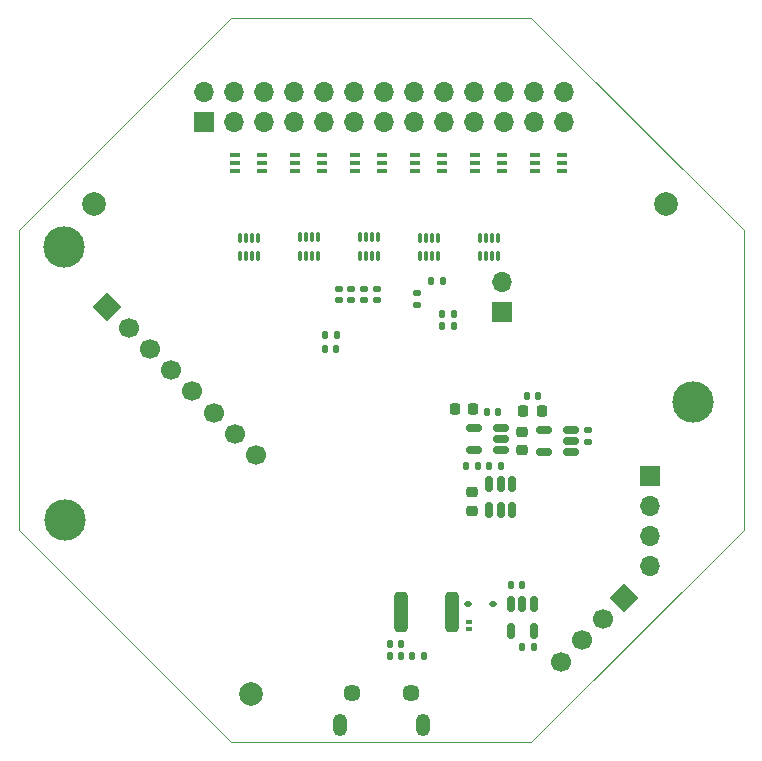
<source format=gbr>
%TF.GenerationSoftware,KiCad,Pcbnew,7.0.1*%
%TF.CreationDate,2023-03-27T16:49:48-04:00*%
%TF.ProjectId,cyton wired,6379746f-6e20-4776-9972-65642e6b6963,rev?*%
%TF.SameCoordinates,Original*%
%TF.FileFunction,Soldermask,Bot*%
%TF.FilePolarity,Negative*%
%FSLAX46Y46*%
G04 Gerber Fmt 4.6, Leading zero omitted, Abs format (unit mm)*
G04 Created by KiCad (PCBNEW 7.0.1) date 2023-03-27 16:49:48*
%MOMM*%
%LPD*%
G01*
G04 APERTURE LIST*
G04 Aperture macros list*
%AMRoundRect*
0 Rectangle with rounded corners*
0 $1 Rounding radius*
0 $2 $3 $4 $5 $6 $7 $8 $9 X,Y pos of 4 corners*
0 Add a 4 corners polygon primitive as box body*
4,1,4,$2,$3,$4,$5,$6,$7,$8,$9,$2,$3,0*
0 Add four circle primitives for the rounded corners*
1,1,$1+$1,$2,$3*
1,1,$1+$1,$4,$5*
1,1,$1+$1,$6,$7*
1,1,$1+$1,$8,$9*
0 Add four rect primitives between the rounded corners*
20,1,$1+$1,$2,$3,$4,$5,0*
20,1,$1+$1,$4,$5,$6,$7,0*
20,1,$1+$1,$6,$7,$8,$9,0*
20,1,$1+$1,$8,$9,$2,$3,0*%
%AMHorizOval*
0 Thick line with rounded ends*
0 $1 width*
0 $2 $3 position (X,Y) of the first rounded end (center of the circle)*
0 $4 $5 position (X,Y) of the second rounded end (center of the circle)*
0 Add line between two ends*
20,1,$1,$2,$3,$4,$5,0*
0 Add two circle primitives to create the rounded ends*
1,1,$1,$2,$3*
1,1,$1,$4,$5*%
%AMRotRect*
0 Rectangle, with rotation*
0 The origin of the aperture is its center*
0 $1 length*
0 $2 width*
0 $3 Rotation angle, in degrees counterclockwise*
0 Add horizontal line*
21,1,$1,$2,0,0,$3*%
G04 Aperture macros list end*
%ADD10C,3.500000*%
%ADD11RotRect,1.700000X1.700000X315.000000*%
%ADD12HorizOval,1.700000X0.000000X0.000000X0.000000X0.000000X0*%
%ADD13R,1.700000X1.700000*%
%ADD14O,1.700000X1.700000*%
%ADD15O,1.200000X1.900000*%
%ADD16C,1.450000*%
%ADD17RotRect,1.700000X1.700000X45.000000*%
%ADD18HorizOval,1.700000X0.000000X0.000000X0.000000X0.000000X0*%
%ADD19RoundRect,0.140000X0.140000X0.170000X-0.140000X0.170000X-0.140000X-0.170000X0.140000X-0.170000X0*%
%ADD20RoundRect,0.140000X-0.170000X0.140000X-0.170000X-0.140000X0.170000X-0.140000X0.170000X0.140000X0*%
%ADD21C,2.000000*%
%ADD22RoundRect,0.010500X0.094500X-0.374500X0.094500X0.374500X-0.094500X0.374500X-0.094500X-0.374500X0*%
%ADD23RoundRect,0.010500X-0.094500X0.374500X-0.094500X-0.374500X0.094500X-0.374500X0.094500X0.374500X0*%
%ADD24RoundRect,0.150000X0.512500X0.150000X-0.512500X0.150000X-0.512500X-0.150000X0.512500X-0.150000X0*%
%ADD25RoundRect,0.147500X-0.147500X-0.172500X0.147500X-0.172500X0.147500X0.172500X-0.147500X0.172500X0*%
%ADD26RoundRect,0.150000X-0.150000X0.512500X-0.150000X-0.512500X0.150000X-0.512500X0.150000X0.512500X0*%
%ADD27RoundRect,0.112500X0.187500X0.112500X-0.187500X0.112500X-0.187500X-0.112500X0.187500X-0.112500X0*%
%ADD28RoundRect,0.225000X0.225000X0.250000X-0.225000X0.250000X-0.225000X-0.250000X0.225000X-0.250000X0*%
%ADD29R,0.850900X0.355600*%
%ADD30R,0.558800X0.304800*%
%ADD31RoundRect,0.135000X-0.135000X-0.185000X0.135000X-0.185000X0.135000X0.185000X-0.135000X0.185000X0*%
%ADD32RoundRect,0.140000X-0.140000X-0.170000X0.140000X-0.170000X0.140000X0.170000X-0.140000X0.170000X0*%
%ADD33RoundRect,0.250000X0.312500X1.450000X-0.312500X1.450000X-0.312500X-1.450000X0.312500X-1.450000X0*%
%ADD34RoundRect,0.225000X0.250000X-0.225000X0.250000X0.225000X-0.250000X0.225000X-0.250000X-0.225000X0*%
%ADD35RoundRect,0.147500X0.147500X0.172500X-0.147500X0.172500X-0.147500X-0.172500X0.147500X-0.172500X0*%
%ADD36RoundRect,0.140000X0.170000X-0.140000X0.170000X0.140000X-0.170000X0.140000X-0.170000X-0.140000X0*%
%TA.AperFunction,Profile*%
%ADD37C,0.101600*%
%TD*%
G04 APERTURE END LIST*
D10*
%TO.C,REF\u002A\u002A*%
X166039800Y-108737400D03*
%TD*%
%TO.C,REF\u002A\u002A*%
X112877600Y-118719600D03*
%TD*%
%TO.C,REF\u002A\u002A*%
X112852200Y-95605600D03*
%TD*%
D11*
%TO.C,J3*%
X160248600Y-125323600D03*
D12*
X158452549Y-127119651D03*
X156656498Y-128915702D03*
X154860446Y-130711754D03*
%TD*%
D13*
%TO.C,J1*%
X124663200Y-84988400D03*
D14*
X124663200Y-82448400D03*
X127203200Y-84988400D03*
X127203200Y-82448400D03*
X129743200Y-84988400D03*
X129743200Y-82448400D03*
X132283200Y-84988400D03*
X132283200Y-82448400D03*
X134823200Y-84988400D03*
X134823200Y-82448400D03*
X137363200Y-84988400D03*
X137363200Y-82448400D03*
X139903200Y-84988400D03*
X139903200Y-82448400D03*
X142443200Y-84988400D03*
X142443200Y-82448400D03*
X144983200Y-84988400D03*
X144983200Y-82448400D03*
X147523200Y-84988400D03*
X147523200Y-82448400D03*
X150063200Y-84988400D03*
X150063200Y-82448400D03*
X152603200Y-84988400D03*
X152603200Y-82448400D03*
X155143200Y-84988400D03*
X155143200Y-82448400D03*
%TD*%
D13*
%TO.C,J5*%
X162433000Y-114960400D03*
D14*
X162433000Y-117500400D03*
X162433000Y-120040400D03*
X162433000Y-122580400D03*
%TD*%
D15*
%TO.C,CONN1*%
X136200000Y-136080300D03*
D16*
X137200000Y-133380300D03*
X142200000Y-133380300D03*
D15*
X143200000Y-136080300D03*
%TD*%
D13*
%TO.C,J4*%
X149910800Y-101142800D03*
D14*
X149910800Y-98602800D03*
%TD*%
D17*
%TO.C,J2*%
X116500000Y-100650000D03*
D18*
X118296051Y-102446051D03*
X120092102Y-104242102D03*
X121888154Y-106038154D03*
X123684205Y-107834205D03*
X125480256Y-109630256D03*
X127276307Y-111426307D03*
X129072359Y-113222359D03*
%TD*%
D19*
%TO.C,C26*%
X145818800Y-102260400D03*
X144858800Y-102260400D03*
%TD*%
D20*
%TO.C,C25*%
X136093200Y-99136200D03*
X136093200Y-100096200D03*
%TD*%
D21*
%TO.C,REF\u002A\u002A*%
X128676400Y-133451600D03*
%TD*%
D22*
%TO.C,C5*%
X149543200Y-96405600D03*
X149043200Y-96405600D03*
X148543200Y-96405600D03*
X148043200Y-96405600D03*
D23*
X148043200Y-94805600D03*
X148543200Y-94805600D03*
X149043200Y-94805600D03*
X149543200Y-94805600D03*
%TD*%
D24*
%TO.C,U5*%
X155722700Y-111101700D03*
X155722700Y-112051700D03*
X155722700Y-113001700D03*
X153447700Y-113001700D03*
X153447700Y-111101700D03*
%TD*%
D25*
%TO.C,L1*%
X142316200Y-130225800D03*
X143286200Y-130225800D03*
%TD*%
D22*
%TO.C,C4*%
X144463200Y-96405600D03*
X143963200Y-96405600D03*
X143463200Y-96405600D03*
X142963200Y-96405600D03*
D23*
X142963200Y-94805600D03*
X143463200Y-94805600D03*
X143963200Y-94805600D03*
X144463200Y-94805600D03*
%TD*%
D26*
%TO.C,U3*%
X150688000Y-125857000D03*
X151638000Y-125857000D03*
X152588000Y-125857000D03*
X152588000Y-128132000D03*
X150688000Y-128132000D03*
%TD*%
D20*
%TO.C,C20*%
X138252200Y-99136200D03*
X138252200Y-100096200D03*
%TD*%
D27*
%TO.C,D12*%
X149157400Y-125857000D03*
X147057400Y-125857000D03*
%TD*%
D28*
%TO.C,C38*%
X147440100Y-109354600D03*
X145890100Y-109354600D03*
%TD*%
D29*
%TO.C,D4*%
X144849850Y-87843601D03*
X144849850Y-88493600D03*
X144849850Y-89143599D03*
X142576550Y-89143599D03*
X142576550Y-88493600D03*
X142576550Y-87843601D03*
%TD*%
D26*
%TO.C,U4*%
X148839300Y-115633900D03*
X149789300Y-115633900D03*
X150739300Y-115633900D03*
X150739300Y-117908900D03*
X149789300Y-117908900D03*
X148839300Y-117908900D03*
%TD*%
D24*
%TO.C,U6*%
X149783800Y-110893800D03*
X149783800Y-111843800D03*
X149783800Y-112793800D03*
X147508800Y-112793800D03*
X147508800Y-110893800D03*
%TD*%
D30*
%TO.C,D9*%
X147116800Y-127330200D03*
X147116800Y-127965200D03*
%TD*%
D21*
%TO.C,REF\u002A\u002A*%
X163779200Y-91973400D03*
%TD*%
D28*
%TO.C,C36*%
X153259500Y-109476100D03*
X151709500Y-109476100D03*
%TD*%
D21*
%TO.C,REF\u002A\u002A*%
X115392200Y-91973400D03*
%TD*%
D31*
%TO.C,R13*%
X143889000Y-98501200D03*
X144909000Y-98501200D03*
%TD*%
D32*
%TO.C,C16*%
X140411200Y-130225800D03*
X141371200Y-130225800D03*
%TD*%
D29*
%TO.C,D6*%
X155009850Y-87843601D03*
X155009850Y-88493600D03*
X155009850Y-89143599D03*
X152736550Y-89143599D03*
X152736550Y-88493600D03*
X152736550Y-87843601D03*
%TD*%
D22*
%TO.C,C1*%
X129223200Y-96405600D03*
X128723200Y-96405600D03*
X128223200Y-96405600D03*
X127723200Y-96405600D03*
D23*
X127723200Y-94805600D03*
X128223200Y-94805600D03*
X128723200Y-94805600D03*
X129223200Y-94805600D03*
%TD*%
D33*
%TO.C,F1*%
X145643600Y-126542800D03*
X141368600Y-126542800D03*
%TD*%
D32*
%TO.C,C9*%
X134902000Y-104244200D03*
X135862000Y-104244200D03*
%TD*%
D29*
%TO.C,D3*%
X139769850Y-87843601D03*
X139769850Y-88493600D03*
X139769850Y-89143599D03*
X137496550Y-89143599D03*
X137496550Y-88493600D03*
X137496550Y-87843601D03*
%TD*%
D34*
%TO.C,C30*%
X151592700Y-112796600D03*
X151592700Y-111246600D03*
%TD*%
D32*
%TO.C,C37*%
X148648900Y-109608600D03*
X149608900Y-109608600D03*
%TD*%
D20*
%TO.C,C23*%
X137160000Y-99136200D03*
X137160000Y-100096200D03*
%TD*%
D34*
%TO.C,C29*%
X147325500Y-117939400D03*
X147325500Y-116389400D03*
%TD*%
D22*
%TO.C,C3*%
X139383200Y-96391300D03*
X138883200Y-96391300D03*
X138383200Y-96391300D03*
X137883200Y-96391300D03*
D23*
X137883200Y-94791300D03*
X138383200Y-94791300D03*
X138883200Y-94791300D03*
X139383200Y-94791300D03*
%TD*%
D35*
%TO.C,L2*%
X141378800Y-129235200D03*
X140408800Y-129235200D03*
%TD*%
D19*
%TO.C,C24*%
X145818800Y-101244400D03*
X144858800Y-101244400D03*
%TD*%
D32*
%TO.C,C31*%
X151615200Y-129514600D03*
X152575200Y-129514600D03*
%TD*%
D29*
%TO.C,D1*%
X129609850Y-87843601D03*
X129609850Y-88493600D03*
X129609850Y-89143599D03*
X127336550Y-89143599D03*
X127336550Y-88493600D03*
X127336550Y-87843601D03*
%TD*%
D32*
%TO.C,C28*%
X150678000Y-124231400D03*
X151638000Y-124231400D03*
%TD*%
%TO.C,C34*%
X146896300Y-114180600D03*
X147856300Y-114180600D03*
%TD*%
D19*
%TO.C,C35*%
X152976900Y-108206100D03*
X152016900Y-108206100D03*
%TD*%
D20*
%TO.C,C32*%
X157176000Y-111117100D03*
X157176000Y-112077100D03*
%TD*%
D19*
%TO.C,C33*%
X149786700Y-114129800D03*
X148826700Y-114129800D03*
%TD*%
D22*
%TO.C,C2*%
X134303200Y-96380200D03*
X133803200Y-96380200D03*
X133303200Y-96380200D03*
X132803200Y-96380200D03*
D23*
X132803200Y-94780200D03*
X133303200Y-94780200D03*
X133803200Y-94780200D03*
X134303200Y-94780200D03*
%TD*%
D20*
%TO.C,C22*%
X139344400Y-99136200D03*
X139344400Y-100096200D03*
%TD*%
D36*
%TO.C,C27*%
X142697200Y-100505200D03*
X142697200Y-99545200D03*
%TD*%
D29*
%TO.C,D2*%
X134689850Y-87843601D03*
X134689850Y-88493600D03*
X134689850Y-89143599D03*
X132416550Y-89143599D03*
X132416550Y-88493600D03*
X132416550Y-87843601D03*
%TD*%
D32*
%TO.C,C7*%
X134952800Y-103047800D03*
X135912800Y-103047800D03*
%TD*%
D29*
%TO.C,D5*%
X149929850Y-87843601D03*
X149929850Y-88493600D03*
X149929850Y-89143599D03*
X147656550Y-89143599D03*
X147656550Y-88493600D03*
X147656550Y-87843601D03*
%TD*%
D37*
X170357800Y-94183200D02*
X170357800Y-119557800D01*
X152374600Y-137541000D01*
X126949200Y-137541000D01*
X108991400Y-119583200D01*
X108991400Y-94208600D01*
X126974600Y-76225400D01*
X152400000Y-76225400D01*
X170357800Y-94183200D01*
M02*

</source>
